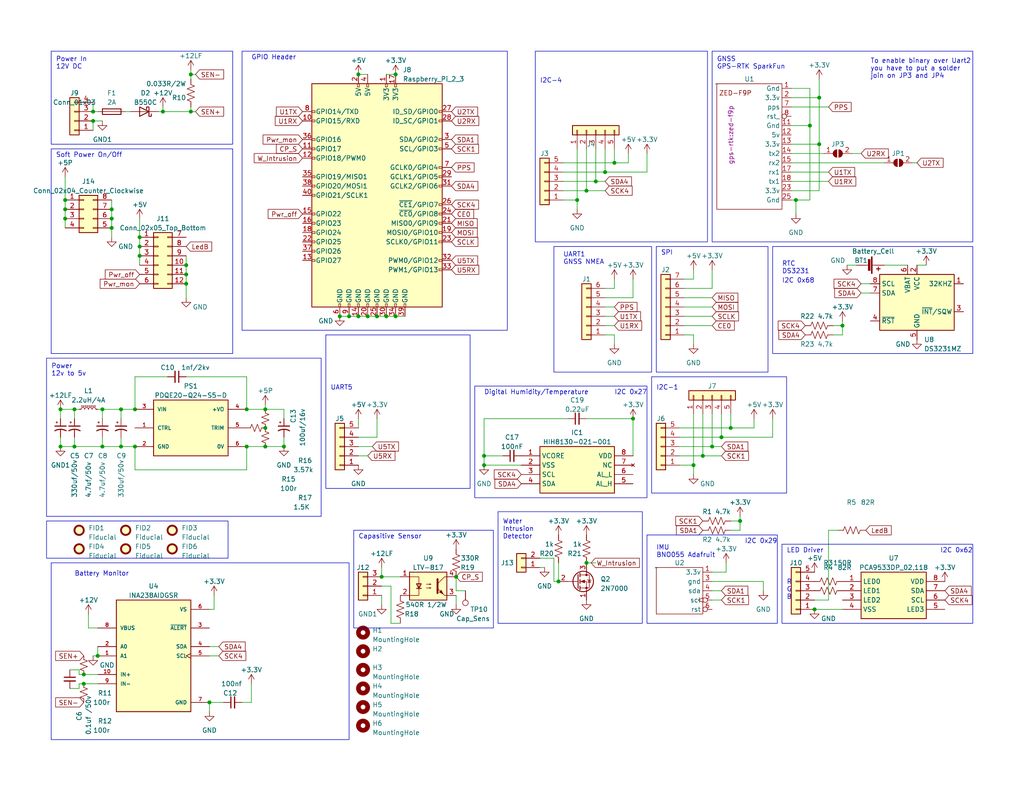
<source format=kicad_sch>
(kicad_sch (version 20230121) (generator eeschema)
  (paper "USLetter")
  (title_block (title "HydroB.") (date "2023-05-18") (rev "0.3") (company "Cidco"))
  (junction (at 165.1 46.99))
  (junction (at 72.39 116.84))
  (junction (at 102.87 86.36))
  (junction (at 50.8 72.39))
  (junction (at 95.25 86.36))
  (junction (at 217.17 54.61))
  (junction (at 105.41 86.36))
  (junction (at 160.02 52.07))
  (junction (at 22.86 186.69))
  (junction (at 77.47 121.92))
  (junction (at 220.98 34.29))
  (junction (at 67.31 111.76))
  (junction (at 107.95 86.36))
  (junction (at 50.8 74.93))
  (junction (at 97.79 86.36))
  (junction (at 36.83 121.92))
  (junction (at 30.48 62.23))
  (junction (at 167.64 44.45))
  (junction (at 16.51 121.92))
  (junction (at 223.52 26.67))
  (junction (at 52.07 30.48))
  (junction (at 20.32 121.92))
  (junction (at 72.39 121.92))
  (junction (at 22.86 184.15))
  (junction (at 20.32 111.76))
  (junction (at 191.77 124.46))
  (junction (at 97.79 20.32))
  (junction (at 132.08 127))
  (junction (at 17.78 59.69))
  (junction (at 27.94 111.76))
  (junction (at 157.48 54.61))
  (junction (at 26.67 179.07))
  (junction (at 33.02 121.92))
  (junction (at 52.07 20.32))
  (junction (at 44.45 30.48))
  (junction (at 162.56 49.53))
  (junction (at 201.93 142.24))
  (junction (at 196.85 119.38))
  (junction (at 16.51 111.76))
  (junction (at 124.46 157.48))
  (junction (at 223.52 39.37))
  (junction (at 199.39 116.84))
  (junction (at 17.78 57.15))
  (junction (at 152.4 158.75))
  (junction (at 92.71 86.36))
  (junction (at 30.48 57.15))
  (junction (at 189.23 127))
  (junction (at 100.33 86.36))
  (junction (at 38.1 67.31))
  (junction (at 104.14 157.48))
  (junction (at 30.48 59.69))
  (junction (at 25.4 30.48))
  (junction (at 27.94 121.92))
  (junction (at 229.87 88.9))
  (junction (at 67.31 121.92))
  (junction (at 160.02 153.67))
  (junction (at 36.83 111.76))
  (junction (at 107.95 20.32))
  (junction (at 38.1 69.85))
  (junction (at 25.4 33.02))
  (junction (at 38.1 64.77))
  (junction (at 50.8 77.47))
  (junction (at 72.39 111.76))
  (junction (at 57.15 191.77))
  (junction (at 222.25 166.37))
  (junction (at 33.02 111.76))
  (junction (at 172.72 114.3))
  (junction (at 194.31 121.92))
  (junction (at 132.08 124.46))
  (junction (at 17.78 54.61))
  (wire (pts (xy 110.49 86.36) (xy 107.95 86.36)))
  (wire (pts (xy 132.08 124.46) (xy 132.08 127)))
  (wire (pts (xy 25.4 33.02) (xy 25.4 35.56)))
  (wire (pts (xy 50.8 74.93) (xy 50.8 77.47)))
  (wire (pts (xy 58.42 162.56) (xy 58.42 166.37)))
  (wire (pts (xy 106.68 160.02) (xy 106.68 170.18)))
  (wire (pts (xy 201.93 142.24) (xy 201.93 144.78)))
  (wire (pts (xy 67.31 128.27) (xy 67.31 121.92)))
  (wire (pts (xy 153.67 49.53) (xy 162.56 49.53)))
  (wire (pts (xy 250.19 72.39) (xy 252.73 72.39)))
  (wire (pts (xy 215.9 52.07) (xy 223.52 52.07)))
  (wire (pts (xy 25.4 27.94) (xy 25.4 30.48)))
  (wire (pts (xy 27.94 111.76) (xy 33.02 111.76)))
  (wire (pts (xy 20.32 119.38) (xy 20.32 121.92)))
  (wire (pts (xy 104.14 162.56) (xy 104.14 165.1)))
  (wire (pts (xy 215.9 24.13) (xy 220.98 24.13)))
  (wire (pts (xy 199.39 144.78) (xy 201.93 144.78)))
  (wire (pts (xy 44.45 30.48) (xy 52.07 30.48)))
  (wire (pts (xy 147.32 154.94) (xy 148.59 154.94)))
  (wire (pts (xy 167.64 78.74) (xy 167.64 76.2)))
  (wire (pts (xy 67.31 111.76) (xy 72.39 111.76)))
  (wire (pts (xy 189.23 76.2) (xy 189.23 73.66)))
  (wire (pts (xy 185.42 124.46) (xy 191.77 124.46)))
  (wire (pts (xy 215.9 49.53) (xy 226.06 49.53)))
  (wire (pts (xy 194.31 121.92) (xy 196.85 121.92)))
  (wire (pts (xy 22.86 186.69) (xy 26.67 186.69)))
  (wire (pts (xy 21.59 186.69) (xy 22.86 186.69)))
  (wire (pts (xy 215.9 39.37) (xy 223.52 39.37)))
  (wire (pts (xy 151.13 158.75) (xy 152.4 158.75)))
  (wire (pts (xy 147.32 152.4) (xy 151.13 152.4)))
  (wire (pts (xy 19.05 187.96) (xy 21.59 187.96)))
  (wire (pts (xy 97.79 116.84) (xy 97.79 114.3)))
  (wire (pts (xy 38.1 67.31) (xy 38.1 69.85)))
  (wire (pts (xy 17.78 59.69) (xy 17.78 62.23)))
  (wire (pts (xy 77.47 119.38) (xy 77.47 121.92)))
  (wire (pts (xy 223.52 39.37) (xy 223.52 26.67)))
  (wire (pts (xy 167.64 91.44) (xy 167.64 93.98)))
  (wire (pts (xy 220.98 24.13) (xy 220.98 34.29)))
  (wire (pts (xy 132.08 124.46) (xy 137.16 124.46)))
  (wire (pts (xy 24.13 167.64) (xy 24.13 171.45)))
  (wire (pts (xy 30.48 57.15) (xy 30.48 59.69)))
  (wire (pts (xy 205.74 114.3) (xy 205.74 116.84)))
  (wire (pts (xy 223.52 52.07) (xy 223.52 39.37)))
  (wire (pts (xy 157.48 40.64) (xy 157.48 54.61)))
  (wire (pts (xy 27.94 119.38) (xy 27.94 121.92)))
  (wire (pts (xy 186.69 76.2) (xy 189.23 76.2)))
  (wire (pts (xy 52.07 19.05) (xy 52.07 20.32)))
  (wire (pts (xy 194.31 78.74) (xy 194.31 73.66)))
  (wire (pts (xy 33.02 121.92) (xy 36.83 121.92)))
  (wire (pts (xy 50.8 72.39) (xy 50.8 74.93)))
  (wire (pts (xy 222.25 163.83) (xy 226.06 163.83)))
  (wire (pts (xy 227.33 91.44) (xy 229.87 91.44)))
  (wire (pts (xy 162.56 40.64) (xy 162.56 49.53)))
  (wire (pts (xy 20.32 111.76) (xy 20.32 114.3)))
  (wire (pts (xy 97.79 86.36) (xy 95.25 86.36)))
  (wire (pts (xy 160.02 114.3) (xy 172.72 114.3)))
  (wire (pts (xy 185.42 127) (xy 189.23 127)))
  (wire (pts (xy 16.51 111.76) (xy 16.51 114.3)))
  (wire (pts (xy 199.39 116.84) (xy 185.42 116.84)))
  (wire (pts (xy 77.47 121.92) (xy 72.39 121.92)))
  (wire (pts (xy 186.69 88.9) (xy 194.31 88.9)))
  (wire (pts (xy 210.82 114.3) (xy 210.82 119.38)))
  (wire (pts (xy 241.3 72.39) (xy 247.65 72.39)))
  (wire (pts (xy 24.13 171.45) (xy 26.67 171.45)))
  (wire (pts (xy 160.02 153.67) (xy 162.56 153.67)))
  (wire (pts (xy 172.72 114.3) (xy 172.72 124.46)))
  (wire (pts (xy 27.94 111.76) (xy 27.94 114.3)))
  (wire (pts (xy 68.58 191.77) (xy 66.04 191.77)))
  (wire (pts (xy 30.48 59.69) (xy 30.48 62.23)))
  (wire (pts (xy 21.59 187.96) (xy 21.59 186.69)))
  (wire (pts (xy 19.05 182.88) (xy 21.59 182.88)))
  (wire (pts (xy 100.33 20.32) (xy 97.79 20.32)))
  (wire (pts (xy 165.1 88.9) (xy 167.64 88.9)))
  (wire (pts (xy 104.14 154.94) (xy 104.14 157.48)))
  (wire (pts (xy 227.33 88.9) (xy 229.87 88.9)))
  (wire (pts (xy 50.8 77.47) (xy 50.8 81.28)))
  (wire (pts (xy 194.31 113.03) (xy 194.31 121.92)))
  (wire (pts (xy 20.32 121.92) (xy 27.94 121.92)))
  (wire (pts (xy 16.51 121.92) (xy 20.32 121.92)))
  (wire (pts (xy 97.79 121.92) (xy 101.6 121.92)))
  (wire (pts (xy 215.9 29.21) (xy 226.06 29.21)))
  (wire (pts (xy 127 161.29) (xy 124.46 161.29)))
  (wire (pts (xy 231.14 72.39) (xy 233.68 72.39)))
  (wire (pts (xy 199.39 113.03) (xy 199.39 116.84)))
  (wire (pts (xy 217.17 54.61) (xy 220.98 54.61)))
  (wire (pts (xy 142.24 127) (xy 132.08 127)))
  (wire (pts (xy 165.1 86.36) (xy 167.64 86.36)))
  (wire (pts (xy 194.31 156.21) (xy 198.12 156.21)))
  (wire (pts (xy 25.4 179.07) (xy 26.67 179.07)))
  (wire (pts (xy 36.83 128.27) (xy 36.83 121.92)))
  (wire (pts (xy 57.15 166.37) (xy 58.42 166.37)))
  (wire (pts (xy 36.83 128.27) (xy 67.31 128.27)))
  (wire (pts (xy 26.67 111.76) (xy 27.94 111.76)))
  (wire (pts (xy 38.1 59.69) (xy 38.1 64.77)))
  (wire (pts (xy 176.53 46.99) (xy 165.1 46.99)))
  (wire (pts (xy 106.68 170.18) (xy 109.22 170.18)))
  (wire (pts (xy 102.87 114.3) (xy 102.87 119.38)))
  (wire (pts (xy 232.41 41.91) (xy 234.95 41.91)))
  (wire (pts (xy 226.06 144.78) (xy 228.6 144.78)))
  (wire (pts (xy 17.78 48.26) (xy 17.78 54.61)))
  (wire (pts (xy 17.78 57.15) (xy 17.78 59.69)))
  (wire (pts (xy 43.18 30.48) (xy 44.45 30.48)))
  (wire (pts (xy 26.67 176.53) (xy 26.67 179.07)))
  (wire (pts (xy 191.77 124.46) (xy 196.85 124.46)))
  (wire (pts (xy 102.87 119.38) (xy 97.79 119.38)))
  (wire (pts (xy 102.87 86.36) (xy 100.33 86.36)))
  (wire (pts (xy 186.69 86.36) (xy 194.31 86.36)))
  (wire (pts (xy 205.74 116.84) (xy 199.39 116.84)))
  (wire (pts (xy 208.28 158.75) (xy 208.28 161.29)))
  (wire (pts (xy 124.46 161.29) (xy 124.46 157.48)))
  (wire (pts (xy 234.95 77.47) (xy 237.49 77.47)))
  (wire (pts (xy 160.02 52.07) (xy 153.67 52.07)))
  (wire (pts (xy 194.31 161.29) (xy 196.85 161.29)))
  (wire (pts (xy 165.1 81.28) (xy 172.72 81.28)))
  (wire (pts (xy 57.15 191.77) (xy 57.15 194.31)))
  (wire (pts (xy 226.06 163.83) (xy 226.06 144.78)))
  (wire (pts (xy 215.9 54.61) (xy 217.17 54.61)))
  (wire (pts (xy 167.64 40.64) (xy 167.64 44.45)))
  (wire (pts (xy 160.02 52.07) (xy 165.1 52.07)))
  (wire (pts (xy 50.8 69.85) (xy 50.8 72.39)))
  (wire (pts (xy 157.48 54.61) (xy 157.48 57.15)))
  (wire (pts (xy 38.1 69.85) (xy 38.1 72.39)))
  (wire (pts (xy 223.52 26.67) (xy 223.52 21.59)))
  (wire (pts (xy 72.39 110.49) (xy 72.39 111.76)))
  (wire (pts (xy 229.87 87.63) (xy 229.87 88.9)))
  (wire (pts (xy 124.46 162.56) (xy 124.46 165.1)))
  (wire (pts (xy 105.41 86.36) (xy 102.87 86.36)))
  (wire (pts (xy 186.69 91.44) (xy 189.23 91.44)))
  (wire (pts (xy 196.85 119.38) (xy 185.42 119.38)))
  (wire (pts (xy 165.1 40.64) (xy 165.1 46.99)))
  (wire (pts (xy 165.1 83.82) (xy 167.64 83.82)))
  (wire (pts (xy 25.4 30.48) (xy 26.67 30.48)))
  (wire (pts (xy 33.02 119.38) (xy 33.02 121.92)))
  (wire (pts (xy 167.64 44.45) (xy 153.67 44.45)))
  (wire (pts (xy 215.9 44.45) (xy 241.3 44.45)))
  (wire (pts (xy 189.23 127) (xy 189.23 129.54)))
  (wire (pts (xy 52.07 20.32) (xy 52.07 21.59)))
  (wire (pts (xy 100.33 86.36) (xy 97.79 86.36)))
  (wire (pts (xy 77.47 114.3) (xy 77.47 111.76)))
  (wire (pts (xy 52.07 20.32) (xy 53.34 20.32)))
  (wire (pts (xy 186.69 81.28) (xy 194.31 81.28)))
  (wire (pts (xy 105.41 20.32) (xy 107.95 20.32)))
  (wire (pts (xy 152.4 153.67) (xy 152.4 158.75)))
  (wire (pts (xy 217.17 54.61) (xy 217.17 58.42)))
  (wire (pts (xy 107.95 86.36) (xy 105.41 86.36)))
  (wire (pts (xy 132.08 114.3) (xy 132.08 124.46)))
  (wire (pts (xy 194.31 163.83) (xy 196.85 163.83)))
  (wire (pts (xy 21.59 184.15) (xy 22.86 184.15)))
  (wire (pts (xy 248.92 44.45) (xy 250.19 44.45)))
  (wire (pts (xy 191.77 113.03) (xy 191.77 124.46)))
  (wire (pts (xy 21.59 182.88) (xy 21.59 184.15)))
  (wire (pts (xy 172.72 76.2) (xy 172.72 81.28)))
  (wire (pts (xy 57.15 191.77) (xy 60.96 191.77)))
  (wire (pts (xy 234.95 80.01) (xy 237.49 80.01)))
  (wire (pts (xy 185.42 121.92) (xy 194.31 121.92)))
  (wire (pts (xy 176.53 41.91) (xy 176.53 46.99)))
  (wire (pts (xy 171.45 41.91) (xy 171.45 44.45)))
  (wire (pts (xy 220.98 34.29) (xy 220.98 54.61)))
  (wire (pts (xy 186.69 83.82) (xy 194.31 83.82)))
  (wire (pts (xy 215.9 26.67) (xy 223.52 26.67)))
  (wire (pts (xy 104.14 160.02) (xy 106.68 160.02)))
  (wire (pts (xy 44.45 29.21) (xy 44.45 30.48)))
  (wire (pts (xy 22.86 184.15) (xy 26.67 184.15)))
  (wire (pts (xy 196.85 113.03) (xy 196.85 119.38)))
  (wire (pts (xy 17.78 54.61) (xy 17.78 57.15)))
  (wire (pts (xy 50.8 102.87) (xy 67.31 102.87)))
  (wire (pts (xy 33.02 111.76) (xy 33.02 114.3)))
  (wire (pts (xy 171.45 44.45) (xy 167.64 44.45)))
  (wire (pts (xy 25.4 33.02) (xy 27.94 33.02)))
  (wire (pts (xy 153.67 54.61) (xy 157.48 54.61)))
  (wire (pts (xy 160.02 40.64) (xy 160.02 52.07)))
  (wire (pts (xy 189.23 91.44) (xy 189.23 93.98)))
  (wire (pts (xy 229.87 88.9) (xy 229.87 91.44)))
  (wire (pts (xy 215.9 46.99) (xy 226.06 46.99)))
  (wire (pts (xy 186.69 78.74) (xy 194.31 78.74)))
  (wire (pts (xy 215.9 41.91) (xy 224.79 41.91)))
  (wire (pts (xy 52.07 29.21) (xy 52.07 30.48)))
  (wire (pts (xy 30.48 54.61) (xy 30.48 57.15)))
  (wire (pts (xy 189.23 113.03) (xy 189.23 127)))
  (wire (pts (xy 97.79 124.46) (xy 100.33 124.46)))
  (wire (pts (xy 68.58 186.69) (xy 68.58 191.77)))
  (wire (pts (xy 27.94 121.92) (xy 33.02 121.92)))
  (wire (pts (xy 33.02 111.76) (xy 36.83 111.76)))
  (wire (pts (xy 95.25 86.36) (xy 92.71 86.36)))
  (wire (pts (xy 154.94 114.3) (xy 132.08 114.3)))
  (wire (pts (xy 34.29 30.48) (xy 35.56 30.48)))
  (wire (pts (xy 194.31 158.75) (xy 208.28 158.75)))
  (wire (pts (xy 165.1 78.74) (xy 167.64 78.74)))
  (wire (pts (xy 52.07 30.48) (xy 53.34 30.48)))
  (wire (pts (xy 151.13 152.4) (xy 151.13 158.75)))
  (wire (pts (xy 162.56 49.53) (xy 165.1 49.53)))
  (wire (pts (xy 104.14 157.48) (xy 109.22 157.48)))
  (wire (pts (xy 57.15 179.07) (xy 59.69 179.07)))
  (wire (pts (xy 77.47 111.76) (xy 72.39 111.76)))
  (wire (pts (xy 210.82 119.38) (xy 196.85 119.38)))
  (wire (pts (xy 67.31 102.87) (xy 67.31 111.76)))
  (wire (pts (xy 199.39 142.24) (xy 201.93 142.24)))
  (wire (pts (xy 57.15 176.53) (xy 59.69 176.53)))
  (wire (pts (xy 38.1 64.77) (xy 38.1 67.31)))
  (wire (pts (xy 165.1 46.99) (xy 153.67 46.99)))
  (wire (pts (xy 20.32 111.76) (xy 21.59 111.76)))
  (wire (pts (xy 45.72 102.87) (xy 36.83 102.87)))
  (wire (pts (xy 201.93 140.97) (xy 201.93 142.24)))
  (wire (pts (xy 222.25 166.37) (xy 229.87 166.37)))
  (wire (pts (xy 16.51 111.76) (xy 20.32 111.76)))
  (wire (pts (xy 198.12 156.21) (xy 198.12 153.67)))
  (wire (pts (xy 30.48 62.23) (xy 30.48 64.77)))
  (wire (pts (xy 36.83 102.87) (xy 36.83 111.76)))
  (wire (pts (xy 215.9 34.29) (xy 220.98 34.29)))
  (wire (pts (xy 67.31 121.92) (xy 72.39 121.92)))
  (wire (pts (xy 16.51 119.38) (xy 16.51 121.92)))
  (wire (pts (xy 165.1 91.44) (xy 167.64 91.44)))
  (rectangle (start 12.7 97.79) (end 87.63 140.97))
  (rectangle (start 129.54 105.41) (end 176.53 135.89))
  (rectangle (start 96.52 144.78) (end 134.62 171.45))
  (rectangle (start 213.36 148.59) (end 265.43 170.18))
  (rectangle (start 210.82 67.31) (end 265.43 96.52))
  (rectangle (start 177.8 102.87) (end 214.63 134.62))
  (rectangle (start 13.97 40.64) (end 63.5 96.52))
  (rectangle (start 135.89 139.7) (end 175.26 170.18))
  (rectangle (start 179.07 67.31) (end 209.55 101.6))
  (rectangle (start 176.53 146.05) (end 212.09 170.18))
  (rectangle (start 151.13 67.31) (end 177.8 101.6))
  (rectangle (start 12.7 142.24) (end 62.23 152.4))
  (rectangle (start 13.97 13.97) (end 63.5 39.37))
  (rectangle (start 66.04 13.97) (end 138.43 90.17))
  (rectangle (start 146.05 13.97) (end 193.04 66.04))
  (rectangle (start 13.97 153.67) (end 95.25 201.93))
  (rectangle (start 88.9 91.44) (end 128.27 133.35))
  (rectangle (start 194.31 13.97) (end 265.43 66.04))
  (text "SPI" (at 180.34 69.85 0) (effects (font (size 1.27 1.27)) (justify left bottom)))
  (text "Water\nIntrusion\nDetector" (at 137.16 147.32 0) (effects (font (size 1.27 1.27)) (justify left bottom)))
  (text "I2C 0x68" (at 213.36 77.47 0) (effects (font (size 1.27 1.27)) (justify left bottom)))
  (text "Soft Power On/Off" (at 15.24 43.18 0) (effects (font (size 1.27 1.27)) (justify left bottom)))
  (text "Battery Monitor" (at 20.32 157.48 0) (effects (font (size 1.27 1.27)) (justify left bottom)))
  (text "R\nG\nB" (at 214.63 163.83 0) (effects (font (size 1.27 1.27)) (justify left bottom)))
  (text "GPIO Header" (at 68.58 16.51 0) (effects (font (size 1.27 1.27)) (justify left bottom)))
  (text "I2C 0x29\n" (at 203.2 148.59 0) (effects (font (size 1.27 1.27)) (justify left bottom)))
  (text "I2C-1" (at 179.07 106.68 0) (effects (font (size 1.27 1.27)) (justify left bottom)))
  (text "LED Driver" (at 214.63 151.13 0) (effects (font (size 1.27 1.27)) (justify left bottom)))
  (text "Power In\n12V DC" (at 15.24 19.05 0) (effects (font (size 1.27 1.27)) (justify left bottom)))
  (text "I2C 0x27" (at 167.64 107.95 0) (effects (font (size 1.27 1.27)) (justify left bottom)))
  (text "RTC \nDS3231\n" (at 213.36 74.93 0) (effects (font (size 1.27 1.27)) (justify left bottom)))
  (text "GNSS\nGPS-RTK SparkFun" (at 195.58 19.05 0) (effects (font (size 1.27 1.27)) (justify left bottom)))
  (text "Capasitive Sensor" (at 97.79 147.32 0) (effects (font (size 1.27 1.27)) (justify left bottom)))
  (text "I2C 0x62" (at 256.54 151.13 0) (effects (font (size 1.27 1.27)) (justify left bottom)))
  (text "To enable binary over Uart2 \nyou have to put a solder \njoin on JP3 and JP4" (at 237.49 21.59 0) (effects (font (size 1.27 1.27)) (justify left bottom)))
  (text "UART5\n" (at 90.17 106.68 0) (effects (font (size 1.27 1.27)) (justify left bottom)))
  (text "Power \n12v to 5v" (at 13.97 102.87 0) (effects (font (size 1.27 1.27)) (justify left bottom)))
  (text "I2C-4" (at 147.32 22.86 0) (effects (font (size 1.27 1.27)) (justify left bottom)))
  (text "IMU\nBNO055 Adafruit" (at 179.07 152.4 0) (effects (font (size 1.27 1.27)) (justify left bottom)))
  (text "Digital Humidity/Temperature" (at 132.08 107.95 0) (effects (font (size 1.27 1.27)) (justify left bottom)))
  (text "UART1\nGNSS NMEA" (at 153.67 72.39 0) (effects (font (size 1.27 1.27)) (justify left bottom)))
  (global_label "SCK4" (shape input) (at 59.69 179.07 0) (property "Intersheetrefs" "${INTERSHEET_REFS}" (effects hide)))
  (global_label "U2TX" (shape input) (at 250.19 44.45 0) (property "Intersheetrefs" "${INTERSHEET_REFS}" (effects hide)))
  (global_label "SCK4" (shape input) (at 123.19 55.88 0) (property "Intersheetrefs" "${INTERSHEET_REFS}" (effects hide)))
  (global_label "CE0" (shape input) (at 123.19 58.42 0) (property "Intersheetrefs" "${INTERSHEET_REFS}" (effects hide)))
  (global_label "LedB" (shape input) (at 50.8 67.31 0) (property "Intersheetrefs" "${INTERSHEET_REFS}" (effects hide)))
  (global_label "SDA4" (shape input) (at 123.19 50.8 0) (property "Intersheetrefs" "${INTERSHEET_REFS}" (effects hide)))
  (global_label "MOSI" (shape input) (at 123.19 63.5 0) (property "Intersheetrefs" "${INTERSHEET_REFS}" (effects hide)))
  (global_label "U5TX" (shape input) (at 101.6 121.92 0) (property "Intersheetrefs" "${INTERSHEET_REFS}" (effects hide)))
  (global_label "CE0" (shape input) (at 194.31 88.9 0) (property "Intersheetrefs" "${INTERSHEET_REFS}" (effects hide)))
  (global_label "SCK1" (shape input) (at 123.19 40.64 0) (property "Intersheetrefs" "${INTERSHEET_REFS}" (effects hide)))
  (global_label "SCLK" (shape input) (at 123.19 66.04 0) (property "Intersheetrefs" "${INTERSHEET_REFS}" (effects hide)))
  (global_label "SCK4" (shape input) (at 234.95 77.47 180) (property "Intersheetrefs" "${INTERSHEET_REFS}" (effects hide)))
  (global_label "SEN+" (shape input) (at 22.86 179.07 180) (property "Intersheetrefs" "${INTERSHEET_REFS}" (effects hide)))
  (global_label "U5RX" (shape input) (at 100.33 124.46 0) (property "Intersheetrefs" "${INTERSHEET_REFS}" (effects hide)))
  (global_label "MOSI" (shape input) (at 194.31 83.82 0) (property "Intersheetrefs" "${INTERSHEET_REFS}" (effects hide)))
  (global_label "SDA4" (shape input) (at 219.71 91.44 180) (property "Intersheetrefs" "${INTERSHEET_REFS}" (effects hide)))
  (global_label "U2TX" (shape input) (at 123.19 30.48 0) (property "Intersheetrefs" "${INTERSHEET_REFS}" (effects hide)))
  (global_label "LedB" (shape input) (at 236.22 144.78 0) (property "Intersheetrefs" "${INTERSHEET_REFS}" (effects hide)))
  (global_label "SCK1" (shape input) (at 196.85 163.83 0) (property "Intersheetrefs" "${INTERSHEET_REFS}" (effects hide)))
  (global_label "SCK4" (shape input) (at 257.81 163.83 0) (property "Intersheetrefs" "${INTERSHEET_REFS}" (effects hide)))
  (global_label "PPS" (shape input) (at 226.06 29.21 0) (property "Intersheetrefs" "${INTERSHEET_REFS}" (effects hide)))
  (global_label "U5TX" (shape input) (at 123.19 71.12 0) (property "Intersheetrefs" "${INTERSHEET_REFS}" (effects hide)))
  (global_label "SEN-" (shape input) (at 53.34 20.32 0) (property "Intersheetrefs" "${INTERSHEET_REFS}" (effects hide)))
  (global_label "CP_S" (shape input) (at 82.55 40.64 180) (property "Intersheetrefs" "${INTERSHEET_REFS}" (effects hide)))
  (global_label "Pwr_mon" (shape input) (at 38.1 77.47 180) (property "Intersheetrefs" "${INTERSHEET_REFS}" (effects hide)))
  (global_label "W_Intrusion" (shape input) (at 161.29 153.67 0) (property "Intersheetrefs" "${INTERSHEET_REFS}" (effects hide)))
  (global_label "SCK4" (shape input) (at 219.71 88.9 180) (property "Intersheetrefs" "${INTERSHEET_REFS}" (effects hide)))
  (global_label "Pwr_mon" (shape input) (at 82.55 38.1 180) (property "Intersheetrefs" "${INTERSHEET_REFS}" (effects hide)))
  (global_label "SCK1" (shape input) (at 196.85 124.46 0) (property "Intersheetrefs" "${INTERSHEET_REFS}" (effects hide)))
  (global_label "SDA4" (shape input) (at 165.1 49.53 0) (property "Intersheetrefs" "${INTERSHEET_REFS}" (effects hide)))
  (global_label "U5RX" (shape input) (at 123.19 73.66 0) (property "Intersheetrefs" "${INTERSHEET_REFS}" (effects hide)))
  (global_label "SEN+" (shape input) (at 53.34 30.48 0) (property "Intersheetrefs" "${INTERSHEET_REFS}" (effects hide)))
  (global_label "MISO" (shape input) (at 194.31 81.28 0) (property "Intersheetrefs" "${INTERSHEET_REFS}" (effects hide)))
  (global_label "U1RX" (shape input) (at 226.06 49.53 0) (property "Intersheetrefs" "${INTERSHEET_REFS}" (effects hide)))
  (global_label "U1RX" (shape input) (at 167.64 88.9 0) (property "Intersheetrefs" "${INTERSHEET_REFS}" (effects hide)))
  (global_label "W_Intrusion" (shape input) (at 82.55 43.18 180) (property "Intersheetrefs" "${INTERSHEET_REFS}" (effects hide)))
  (global_label "U1RX" (shape input) (at 82.55 33.02 180) (property "Intersheetrefs" "${INTERSHEET_REFS}" (effects hide)))
  (global_label "SCK4" (shape input) (at 165.1 52.07 0) (property "Intersheetrefs" "${INTERSHEET_REFS}" (effects hide)))
  (global_label "U1TX" (shape input) (at 82.55 30.48 180) (property "Intersheetrefs" "${INTERSHEET_REFS}" (effects hide)))
  (global_label "U2RX" (shape input) (at 234.95 41.91 0) (property "Intersheetrefs" "${INTERSHEET_REFS}" (effects hide)))
  (global_label "Pwr_off" (shape input) (at 82.55 58.42 180) (property "Intersheetrefs" "${INTERSHEET_REFS}" (effects hide)))
  (global_label "SDA4" (shape input) (at 59.69 176.53 0) (property "Intersheetrefs" "${INTERSHEET_REFS}" (effects hide)))
  (global_label "SCK4" (shape input) (at 142.24 129.54 180) (property "Intersheetrefs" "${INTERSHEET_REFS}" (effects hide)))
  (global_label "SDA4" (shape input) (at 142.24 132.08 180) (property "Intersheetrefs" "${INTERSHEET_REFS}" (effects hide)))
  (global_label "SDA1" (shape input) (at 196.85 161.29 0) (property "Intersheetrefs" "${INTERSHEET_REFS}" (effects hide)))
  (global_label "SCK1" (shape input) (at 191.77 142.24 180) (property "Intersheetrefs" "${INTERSHEET_REFS}" (effects hide)))
  (global_label "SDA1" (shape input) (at 196.85 121.92 0) (property "Intersheetrefs" "${INTERSHEET_REFS}" (effects hide)))
  (global_label "PPS" (shape input) (at 167.64 83.82 0) (property "Intersheetrefs" "${INTERSHEET_REFS}" (effects hide)))
  (global_label "SEN-" (shape input) (at 22.86 191.77 180) (property "Intersheetrefs" "${INTERSHEET_REFS}" (effects hide)))
  (global_label "U1TX" (shape input) (at 226.06 46.99 0) (property "Intersheetrefs" "${INTERSHEET_REFS}" (effects hide)))
  (global_label "SDA4" (shape input) (at 257.81 161.29 0) (property "Intersheetrefs" "${INTERSHEET_REFS}" (effects hide)))
  (global_label "CP_S" (shape input) (at 124.46 157.48 0) (property "Intersheetrefs" "${INTERSHEET_REFS}" (effects hide)))
  (global_label "SDA1" (shape input) (at 191.77 144.78 180) (property "Intersheetrefs" "${INTERSHEET_REFS}" (effects hide)))
  (global_label "SDA1" (shape input) (at 123.19 38.1 0) (property "Intersheetrefs" "${INTERSHEET_REFS}" (effects hide)))
  (global_label "U2RX" (shape input) (at 123.19 33.02 0) (property "Intersheetrefs" "${INTERSHEET_REFS}" (effects hide)))
  (global_label "PPS" (shape input) (at 123.19 45.72 0) (property "Intersheetrefs" "${INTERSHEET_REFS}" (effects hide)))
  (global_label "MISO" (shape input) (at 123.19 60.96 0) (property "Intersheetrefs" "${INTERSHEET_REFS}" (effects hide)))
  (global_label "U1TX" (shape input) (at 167.64 86.36 0) (property "Intersheetrefs" "${INTERSHEET_REFS}" (effects hide)))
  (global_label "Pwr_off" (shape input) (at 38.1 74.93 180) (property "Intersheetrefs" "${INTERSHEET_REFS}" (effects hide)))
  (global_label "SDA4" (shape input) (at 234.95 80.01 180) (property "Intersheetrefs" "${INTERSHEET_REFS}" (effects hide)))
  (global_label "SCLK" (shape input) (at 194.31 86.36 0) (property "Intersheetrefs" "${INTERSHEET_REFS}" (effects hide)))
  (symbol (lib_id "Device:C_Small") (at 19.05 185.42 0) (unit 1)
    (property "Reference" "C6" (at 21.59 196.85 90) (effects (justify left)))
    (property "Value" "0.1uf /50v" (at 24.13 200.66 90) (effects (justify left)))
    (property "Footprint" "Capacitor_SMD:C_1206_3216Metric" (effects hide))
  )
  (symbol (lib_id "power:+5V") (at 205.74 114.3 0) (mirror y) (unit 1)
    (property "Reference" "#PWR09" (effects hide))
    (property "Value" "+5V" (at 205.74 110.49 0))
  )
  (symbol (lib_id "Connector_Generic:Conn_01x05") (at 194.31 107.95 90) (unit 1)
    (property "Reference" "J7" (at 194.31 105.41 90))
    (property "Value" "Conn_01x05" (effects hide))
    (property "Footprint" "Connector_JST:JST_XH_B5B-XH-AM_1x05_P2.50mm_Vertical" (effects hide))
  )
  (symbol (lib_id "Device:C_Polarized_Small_US") (at 33.02 116.84 0) (unit 1)
    (property "Reference" "C9" (at 31.75 124.46 0) (effects (justify left)))
    (property "Value" "330uf/50v" (at 33.02 135.89 90) (effects (justify left)))
    (property "Footprint" "Capacitor_THT:CP_Radial_D10.0mm_P5.00mm" (effects hide))
  )
  (symbol (lib_id "Mechanical:MountingHole") (at 99.06 193.04 0) (unit 1)
    (property "Reference" "H5" (at 101.6 192.405 0) (effects (justify left)))
    (property "Value" "MountingHole" (at 101.6 194.945 0) (effects (justify left)))
    (property "Footprint" "MountingHole:MountingHole_2.7mm_M2.5_ISO7380_Pad" (effects hide))
  )
  (symbol (lib_id "Device:R_US") (at 223.52 91.44 90) (unit 1)
    (property "Reference" "R23" (at 222.25 93.98 90) (effects (justify left)))
    (property "Value" "4.7k" (at 227.33 93.98 90) (effects (justify left)))
    (property "Footprint" "Resistor_SMD:R_1206_3216Metric" (effects hide))
  )
  (symbol (lib_id "power:+3.3V") (at 102.87 114.3 0) (unit 1)
    (property "Reference" "#PWR07" (effects hide))
    (property "Value" "+3.3V" (at 102.87 110.49 0))
  )
  (symbol (lib_id "power:GND") (at 132.08 127 0) (unit 1)
    (property "Reference" "#PWR059" (effects hide))
    (property "Value" "GND" (at 132.08 132.08 0))
  )
  (symbol (lib_id "Device:R_US") (at 124.46 153.67 180) (unit 1)
    (property "Reference" "R19" (at 129.54 154.94 0) (effects (justify left)))
    (property "Value" "330R" (at 130.81 152.4 0) (effects (justify left)))
    (property "Footprint" "Resistor_SMD:R_1206_3216Metric" (effects hide))
  )
  (symbol (lib_id "Device:R_US") (at 160.02 149.86 180) (unit 1)
    (property "Reference" "R21" (at 158.75 151.13 0) (effects (justify left)))
    (property "Value" "1k" (at 158.75 148.59 0) (effects (justify left)))
    (property "Footprint" "Resistor_SMD:R_1206_3216Metric" (effects hide))
  )
  (symbol (lib_id "power:GND1") (at 16.51 121.92 0) (unit 1)
    (property "Reference" "#PWR049" (effects hide))
    (property "Value" "GND1" (at 16.51 127 0))
  )
  (symbol (lib_id "power:+3.3V") (at 152.4 146.05 0) (unit 1)
    (property "Reference" "#PWR055" (effects hide))
    (property "Value" "+3.3V" (at 152.4 142.24 0))
  )
  (symbol (lib_id "Device:R_US") (at 52.07 25.4 180) (unit 1)
    (property "Reference" "R10" (at 50.8 26.67 0) (effects (justify left)))
    (property "Value" "0.033R/2W" (at 50.8 22.86 0) (effects (justify left)))
    (property "Footprint" "Resistor_SMD:R_2512_6332Metric" (effects hide))
  )
  (symbol (lib_id "power:GND") (at 57.15 194.31 0) (unit 1)
    (property "Reference" "#PWR034" (effects hide))
    (property "Value" "GND" (at 57.15 199.39 0))
  )
  (symbol (lib_id "Connector_Generic:Conn_02x04_Counter_Clockwise") (at 22.86 57.15 0) (unit 1)
    (property "Reference" "J14" (at 24.13 49.53 0))
    (property "Value" "Conn_02x04_Counter_Clockwise" (at 24.13 52.07 0))
    (property "Footprint" "Connector_PinHeader_2.54mm:PinHeader_2x04_P2.54mm_Vertical" (effects hide))
  )
  (symbol (lib_id "power:GND") (at 231.14 72.39 0) (unit 1)
    (property "Reference" "#PWR053" (effects hide))
    (property "Value" "GND" (at 228.6 71.12 0))
  )
  (symbol (lib_id "Mechanical:Fiducial") (at 21.59 149.86 0) (unit 1)
    (property "Reference" "FID4" (at 24.13 149.225 0) (effects (justify left)))
    (property "Value" "Fiducial" (at 24.13 151.765 0) (effects (justify left)))
    (property "Footprint" "Fiducial:Fiducial_0.75mm_Mask2.25mm" (effects hide))
  )
  (symbol (lib_id "Connector:TestPoint") (at 127 161.29 180) (unit 1)
    (property "Reference" "TP10" (at 128.27 166.37 0) (effects (justify right)))
    (property "Value" "Cap_Sens" (at 124.46 168.91 0) (effects (justify right)))
    (property "Footprint" "TestPoint:TestPoint_Pad_D2.0mm" (effects hide))
  )
  (symbol (lib_id "Device:R_US") (at 195.58 142.24 90) (unit 1)
    (property "Reference" "R1" (at 194.31 139.7 90) (effects (justify left)))
    (property "Value" "4.7k" (at 199.39 139.7 90) (effects (justify left)))
    (property "Footprint" "Resistor_SMD:R_1206_3216Metric" (effects hide))
  )
  (symbol (lib_id "power:+5V") (at 97.79 114.3 0) (mirror y) (unit 1)
    (property "Reference" "#PWR06" (effects hide))
    (property "Value" "+5V" (at 97.79 110.49 0))
  )
  (symbol (lib_id "power:+12LF") (at 16.51 111.76 0) (unit 1)
    (property "Reference" "#PWR051" (effects hide))
    (property "Value" "+12LF" (at 16.51 107.95 0))
  )
  (symbol (lib_id "Device:Fuse") (at 30.48 30.48 90) (unit 1)
    (property "Reference" "F1" (at 30.48 25.4 90))
    (property "Value" "2A" (at 30.48 27.94 90))
    (property "Footprint" "Fuse:Fuse_1206_3216Metric" (effects hide))
  )
  (symbol (lib_id "Diode:B360") (at 39.37 30.48 180) (unit 1)
    (property "Reference" "D2" (at 39.6875 25.4 0))
    (property "Value" "B550C" (at 39.6875 27.94 0))
    (property "Footprint" "Diode_SMD:D_SMC" (effects hide))
    (property "Datasheet" "http://www.jameco.com/Jameco/Products/ProdDS/1538777.pdf" (effects hide))
  )
  (symbol (lib_id "power:GND") (at 92.71 86.36 0) (unit 1)
    (property "Reference" "#PWR03" (effects hide))
    (property "Value" "GND" (at 88.9 87.63 0))
  )
  (symbol (lib_id "power:+3.3V") (at 210.82 114.3 0) (unit 1)
    (property "Reference" "#PWR010" (effects hide))
    (property "Value" "+3.3V" (at 210.82 110.49 0))
  )
  (symbol (lib_id "Transistor_FET:2N7000") (at 157.48 158.75 0) (unit 1)
    (property "Reference" "Q2" (at 163.83 158.115 0) (effects (justify left)))
    (property "Value" "2N7000" (at 163.83 160.655 0) (effects (justify left)))
    (property "Footprint" "Package_TO_SOT_THT:TO-92_Inline" (effects hide))
    (property "Datasheet" "https://www.vishay.com/docs/70226/70226.pdf" (effects hide))
  )
  (symbol (lib_id "Connector_Generic:Conn_01x05") (at 162.56 35.56 90) (unit 1)
    (property "Reference" "J4" (at 161.29 39.37 90))
    (property "Value" "Conn_01x05" (effects hide))
    (property "Footprint" "Connector_JST:JST_XH_B5B-XH-AM_1x05_P2.50mm_Vertical" (effects hide))
  )
  (symbol (lib_id "INA238AIDGSR:INA238AIDGSR") (at 41.91 179.07 0) (unit 1)
    (property "Reference" "U4" (at 41.91 160.02 0))
    (property "Value" "INA238AIDGSR" (at 41.91 162.56 0))
    (property "Footprint" "Desktop:SOP50P490X110-10N" (effects hide))
    (property "PARTREV" "A" (effects hide))
    (property "STANDARD" "IPC-7351B" (effects hide))
    (property "MAXIMUM_PACKAGE_HEIGHT" "1.1mm" (effects hide))
    (property "MANUFACTURER" "Texas Instruments" (effects hide))
  )
  (symbol (lib_id "power:+5V") (at 189.23 73.66 0) (mirror y) (unit 1)
    (property "Reference" "#PWR015" (effects hide))
    (property "Value" "+5V" (at 189.23 69.85 0))
  )
  (symbol (lib_id "power:+3.3V") (at 194.31 73.66 0) (unit 1)
    (property "Reference" "#PWR016" (effects hide))
    (property "Value" "+3.3V" (at 194.31 69.85 0))
  )
  (symbol (lib_id "Mechanical:Fiducial") (at 21.59 144.78 0) (unit 1)
    (property "Reference" "FID1" (at 24.13 144.145 0) (effects (justify left)))
    (property "Value" "Fiducial" (at 24.13 146.685 0) (effects (justify left)))
    (property "Footprint" "Fiducial:Fiducial_0.75mm_Mask2.25mm" (effects hide))
  )
  (symbol (lib_id "power:+12LF") (at 104.14 154.94 0) (unit 1)
    (property "Reference" "#PWR061" (effects hide))
    (property "Value" "+12LF" (at 104.14 151.13 0))
  )
  (symbol (lib_id "power:GND") (at 30.48 64.77 0) (unit 1)
    (property "Reference" "#PWR048" (effects hide))
    (property "Value" "GND" (at 34.29 67.31 0))
  )
  (symbol (lib_id "Device:R_US") (at 226.06 158.75 90) (unit 1)
    (property "Reference" "R3" (at 227.33 153.67 90) (effects (justify left)))
    (property "Value" "150R" (at 232.41 153.67 90) (effects (justify left)))
    (property "Footprint" "Resistor_SMD:R_1206_3216Metric" (effects hide))
  )
  (symbol (lib_id "power:GND1") (at 104.14 165.1 0) (unit 1)
    (property "Reference" "#PWR062" (effects hide))
    (property "Value" "GND1" (at 100.33 167.64 0))
  )
  (symbol (lib_id "Device:C_Polarized_Small_US") (at 27.94 116.84 0) (unit 1)
    (property "Reference" "C8" (at 26.67 124.46 0) (effects (justify left)))
    (property "Value" "4.7uf/50v" (at 27.94 135.89 90) (effects (justify left)))
    (property "Footprint" "Capacitor_SMD:C_1206_3216Metric" (effects hide))
  )
  (symbol (lib_id "Connector_Generic:Conn_01x05") (at 217.17 161.29 180) (unit 1)
    (property "Reference" "J10" (at 217.17 153.67 0))
    (property "Value" "Conn_01x06" (effects hide))
    (property "Footprint" "Connector_JST:JST_XH_B5B-XH-AM_1x05_P2.50mm_Vertical" (effects hide))
  )
  (symbol (lib_id "power:GND") (at 189.23 93.98 0) (unit 1)
    (property "Reference" "#PWR017" (effects hide))
    (property "Value" "GND" (at 189.23 99.06 0))
  )
  (symbol (lib_id "power:GND") (at 25.4 179.07 0) (unit 1)
    (property "Reference" "#PWR036" (effects hide))
    (property "Value" "GND" (at 29.21 181.61 0))
  )
  (symbol (lib_id "PCA9533DP_02_118:PCA9533DP_02,118") (at 229.87 158.75 0) (unit 1)
    (property "Reference" "U7" (at 243.84 152.4 0))
    (property "Value" "PCA9533DP_02,118" (at 243.84 154.94 0))
    (property "Footprint" "KiCad:SOIC127P600X175-8N" (effects hide))
    (property "Datasheet" "http://www.nxp.com/docs/en/data-sheet/PCA9533.pdf" (effects hide))
    (property "Height" "1.1" (effects hide))
    (property "Mouser Part Number" "771-PCA9533DP/02118" (effects hide))
    (property "Mouser Price/Stock" "https://www.mouser.co.uk/ProductDetail/NXP-Semiconductors/PCA9533DP-02118?qs=18PanXkg8EfFFpXHjEHjJg%3D%3D" (effects hide))
    (property "Manufacturer_Name" "NXP" (effects hide))
    (property "Manufacturer_Part_Number" "PCA9533DP/02,118" (effects hide))
  )
  (symbol (lib_id "imu:BNO055") (at 179.07 154.94 0) (unit 1)
    (property "Reference" "U2" (at 185.42 153.67 0))
    (property "Value" "~" (at 179.07 154.94 0))
    (property "Footprint" "imu:bno055" (effects hide))
  )
  (symbol (lib_id "Device:R_US") (at 232.41 144.78 90) (unit 1)
    (property "Reference" "R5" (at 233.68 137.16 90) (effects (justify left)))
    (property "Value" "82R" (at 238.76 137.16 90) (effects (justify left)))
    (property "Footprint" "Resistor_SMD:R_1206_3216Metric" (effects hide))
  )
  (symbol (lib_id "power:GND") (at 77.47 121.92 0) (unit 1)
    (property "Reference" "#PWR043" (effects hide))
    (property "Value" "GND" (at 77.47 127 0))
  )
  (symbol (lib_id "Device:C_Small") (at 157.48 114.3 90) (unit 1)
    (property "Reference" "C19" (at 157.4863 109.22 90))
    (property "Value" "0.22uF" (at 157.4863 111.76 90))
    (property "Footprint" "Capacitor_SMD:C_1206_3216Metric" (effects hide))
  )
  (symbol (lib_id "Device:R_Small_US") (at 22.86 189.23 0) (unit 1)
    (property "Reference" "R12" (at 26.67 196.85 0) (effects (justify left)))
    (property "Value" "100r" (at 25.4 199.39 0) (effects (justify left)))
    (property "Footprint" "Resistor_SMD:R_1206_3216Metric" (effects hide))
  )
  (symbol (lib_id "Device:R_US") (at 223.52 88.9 90) (unit 1)
    (property "Reference" "R22" (at 222.25 86.36 90) (effects (justify left)))
    (property "Value" "4.7k" (at 227.33 86.36 90) (effects (justify left)))
    (property "Footprint" "Resistor_SMD:R_1206_3216Metric" (effects hide))
  )
  (symbol (lib_id "Connector_Generic:Conn_01x04") (at 20.32 33.02 180) (unit 1)
    (property "Reference" "J9" (at 20.32 25.4 0))
    (property "Value" "Conn_01x03" (at 20.32 27.94 0))
    (property "Footprint" "Connector_Phoenix_MSTB:PhoenixContact_MSTBVA_2,5_4-G-5,08_1x04_P5.08mm_Vertical" (effects hide))
  )
  (symbol (lib_id "Connector_Generic:Conn_02x06_Top_Bottom") (at 43.18 69.85 0) (unit 1)
    (property "Reference" "J11" (at 44.45 59.69 0))
    (property "Value" "Conn_02x05_Top_Bottom" (at 44.45 62.23 0))
    (property "Footprint" "Connector_PinHeader_2.54mm:PinHeader_2x06_P2.54mm_Vertical" (effects hide))
  )
  (symbol (lib_id "Device:R_US") (at 226.06 161.29 90) (unit 1)
    (property "Reference" "R4" (at 227.33 154.94 90) (effects (justify left)))
    (property "Value" "82R" (at 232.41 154.94 90) (effects (justify left)))
    (property "Footprint" "Resistor_SMD:R_1206_3216Metric" (effects hide))
  )
  (symbol (lib_id "Device:C_Small") (at 48.26 102.87 270) (unit 1)
    (property "Reference" "C10" (at 45.72 100.33 90))
    (property "Value" "1nf/2kv" (at 53.34 100.33 90))
    (property "Footprint" "Capacitor_SMD:C_1206_3216Metric" (effects hide))
  )
  (symbol (lib_id "Mechanical:Fiducial") (at 34.29 149.86 0) (unit 1)
    (property "Reference" "FID5" (at 36.83 149.225 0) (effects (justify left)))
    (property "Value" "Fiducial" (at 36.83 151.765 0) (effects (justify left)))
    (property "Footprint" "Fiducial:Fiducial_0.75mm_Mask2.25mm" (effects hide))
  )
  (symbol (lib_id "power:GND") (at 160.02 163.83 0) (unit 1)
    (property "Reference" "#PWR057" (effects hide))
    (property "Value" "GND" (at 160.02 168.91 0))
  )
  (symbol (lib_id "power:GND") (at 157.48 57.15 0) (unit 1)
    (property "Reference" "#PWR014" (effects hide))
    (property "Value" "GND" (at 157.48 62.23 0))
  )
  (symbol (lib_id "power:+3.3V") (at 252.73 72.39 0) (unit 1)
    (property "Reference" "#PWR026" (effects hide))
    (property "Value" "+3.3V" (at 252.73 68.58 0))
  )
  (symbol (lib_id "power:+3.3V") (at 172.72 114.3 0) (unit 1)
    (property "Reference" "#PWR060" (effects hide))
    (property "Value" "+3.3V" (at 172.72 110.49 0))
  )
  (symbol (lib_id "Device:C_Small") (at 139.7 124.46 90) (unit 1)
    (property "Reference" "C17" (at 139.7063 119.38 90))
    (property "Value" "100nF" (at 139.7063 121.92 90))
    (property "Footprint" "Capacitor_SMD:C_1206_3216Metric" (effects hide))
  )
  (symbol (lib_id "power:GND") (at 167.64 93.98 0) (unit 1)
    (property "Reference" "#PWR020" (effects hide))
    (property "Value" "GND" (at 167.64 99.06 0))
  )
  (symbol (lib_id "Mechanical:MountingHole") (at 99.06 198.12 0) (unit 1)
    (property "Reference" "H6" (at 101.6 197.485 0) (effects (justify left)))
    (property "Value" "MountingHole" (at 101.6 200.025 0) (effects (justify left)))
    (property "Footprint" "MountingHole:MountingHole_2.7mm_M2.5_ISO7380_Pad" (effects hide))
  )
  (symbol (lib_id "Device:C_Small") (at 63.5 191.77 90) (unit 1)
    (property "Reference" "C12" (at 64.77 189.23 90) (effects (justify left)))
    (property "Value" "100nf" (at 66.04 186.69 90) (effects (justify left)))
    (property "Footprint" "Capacitor_SMD:C_1206_3216Metric" (effects hide))
  )
  (symbol (lib_id "HIH8130-021-001:HIH8130-021-001") (at 142.24 124.46 0) (unit 1)
    (property "Reference" "IC1" (at 157.48 118.11 0))
    (property "Value" "HIH8130-021-001" (at 157.48 120.65 0))
    (property "Footprint" "KiCad:SOIC127P600X206-8N" (effects hide))
    (property "Datasheet" "http://sensing.honeywell.com/index.php?ci_id=147072" (effects hide))
    (property "Height" "2.055" (effects hide))
    (property "Mouser Part Number" "785-HIH8130-021-001" (effects hide))
    (property "Mouser Price/Stock" "https://www.mouser.co.uk/ProductDetail/Honeywell/HIH8130-021-001?qs=jvB%252BdWhGd42acwYgsf9Ccw%3D%3D" (effects hide))
    (property "Manufacturer_Name" "Honeywell" (effects hide))
    (property "Manufacturer_Part_Number" "HIH8130-021-001" (effects hide))
  )
  (symbol (lib_id "Mechanical:Fiducial") (at 46.99 144.78 0) (unit 1)
    (property "Reference" "FID3" (at 49.53 144.145 0) (effects (justify left)))
    (property "Value" "Fiducial" (at 49.53 146.685 0) (effects (justify left)))
    (property "Footprint" "Fiducial:Fiducial_0.75mm_Mask2.25mm" (effects hide))
  )
  (symbol (lib_id "Mechanical:MountingHole") (at 99.06 177.8 0) (unit 1)
    (property "Reference" "H2" (at 101.6 177.165 0) (effects (justify left)))
    (property "Value" "MountingHole" (effects hide))
    (property "Footprint" "MountingHole:MountingHole_2.7mm_M2.5_ISO7380_Pad" (effects hide))
  )
  (symbol (lib_id "Connector_Generic:Conn_01x03") (at 99.06 160.02 180) (unit 1)
    (property "Reference" "J12" (at 99.06 154.94 0))
    (property "Value" "Conn_01x06" (effects hide))
    (property "Footprint" "Connector_JST:JST_XH_B3B-XH-AM_1x03_P2.50mm_Vertical" (effects hide))
  )
  (symbol (lib_id "Connector_Generic:Conn_01x05") (at 148.59 49.53 180) (unit 1)
    (property "Reference" "J3" (at 148.59 41.91 0))
    (property "Value" "Conn_01x05" (effects hide))
    (property "Footprint" "Connector_JST:JST_XH_B5B-XH-AM_1x05_P2.50mm_Vertical" (effects hide))
  )
  (symbol (lib_id "Connector_Generic:Conn_01x02") (at 142.24 154.94 180) (unit 1)
    (property "Reference" "J13" (at 138.43 153.67 0))
    (property "Value" "Conn_01x06" (effects hide))
    (property "Footprint" "Connector_JST:JST_XH_B2B-XH-AM_1x02_P2.50mm_Vertical" (effects hide))
  )
  (symbol (lib_id "Connector_Generic:Conn_01x05") (at 92.71 121.92 180) (unit 1)
    (property "Reference" "J5" (at 92.71 114.3 0))
    (property "Value" "Conn_01x06" (effects hide))
    (property "Footprint" "Connector_JST:JST_XH_B5B-XH-AM_1x05_P2.50mm_Vertical" (effects hide))
  )
  (symbol (lib_id "power:+3.3V") (at 160.02 146.05 0) (unit 1)
    (property "Reference" "#PWR058" (effects hide))
    (property "Value" "+3.3V" (at 160.02 142.24 0))
  )
  (symbol (lib_id "power:+12LF") (at 52.07 19.05 0) (unit 1)
    (property "Reference" "#PWR050" (effects hide))
    (property "Value" "+12LF" (at 52.07 15.24 0))
  )
  (symbol (lib_id "power:GND") (at 189.23 129.54 0) (unit 1)
    (property "Reference" "#PWR011" (effects hide))
    (property "Value" "GND" (at 193.04 132.08 0))
  )
  (symbol (lib_id "power:+5V") (at 167.64 76.2 0) (mirror y) (unit 1)
    (property "Reference" "#PWR023" (effects hide))
    (property "Value" "+5V" (at 167.64 72.39 0))
  )
  (symbol (lib_id "Device:C_Polarized_Small_US") (at 77.47 116.84 0) (unit 1)
    (property "Reference" "C13" (at 80.01 115.57 90) (effects (justify left)))
    (property "Value" "100uf/16v" (at 82.55 121.92 90) (effects (justify left)))
    (property "Footprint" "Capacitor_SMD:CP_Elec_6.3x9.9" (effects hide))
  )
  (symbol (lib_id "power:+3.3V") (at 257.81 158.75 0) (unit 1)
    (property "Reference" "#PWR031" (effects hide))
    (property "Value" "+3.3V" (at 257.81 154.94 0))
  )
  (symbol (lib_id "power:GND") (at 208.28 161.29 0) (unit 1)
    (property "Reference" "#PWR028" (effects hide))
    (property "Value" "GND" (at 208.28 166.37 0))
  )
  (symbol (lib_id "PDQE20-Q24-S5-D:PDQE20-Q24-S5-D") (at 52.07 116.84 0) (unit 1)
    (property "Reference" "PS1" (at 52.07 105.41 0))
    (property "Value" "PDQE20-Q24-S5-D" (at 52.07 107.95 0))
    (property "Footprint" "Desktop:CONV_PDQE20-Q24-S5-D" (effects hide))
    (property "PARTREV" "1.0" (effects hide))
    (property "STANDARD" "Manufacturer Recommendations" (effects hide))
    (property "MAXIMUM_PACKAGE_HEIGHT" "11.70mm" (effects hide))
    (property "MANUFACTURER" "CUI Inc." (effects hide))
  )
  (symbol (lib_id "power:+3.3V") (at 201.93 140.97 0) (unit 1)
    (property "Reference" "#PWR035" (effects hide))
    (property "Value" "+3.3V" (at 201.93 137.16 0))
  )
  (symbol (lib_id "Device:L_Ferrite_Small") (at 24.13 111.76 90) (unit 1)
    (property "Reference" "L1" (at 24.13 106.68 90))
    (property "Value" "2.2uH/4A" (at 24.13 109.22 90))
    (property "Footprint" "Inductor_SMD:L_1210_3225Metric" (effects hide))
  )
  (symbol (lib_id "Mechanical:MountingHole") (at 99.06 172.72 0) (unit 1)
    (property "Reference" "H1" (at 101.6 172.085 0) (effects (justify left)))
    (property "Value" "MountingHole" (at 101.6 174.625 0) (effects (justify left)))
    (property "Footprint" "MountingHole:MountingHole_2.7mm_M2.5_ISO7380_Pad" (effects hide))
  )
  (symbol (lib_id "Jumper:SolderJumper_2_Open") (at 245.11 44.45 0) (unit 1)
    (property "Reference" "JP1" (at 245.11 41.91 0))
    (property "Value" "SolderJumper_2_Open" (effects hide))
    (property "Footprint" "Jumper:SolderJumper-2_P1.3mm_Open_RoundedPad1.0x1.5mm" (effects hide))
  )
  (symbol (lib_id "Connector:Raspberry_Pi_2_3") (at 102.87 53.34 0) (unit 1)
    (property "Reference" "J8" (at 109.9059 19.05 0) (effects (justify left)))
    (property "Value" "Raspberry_Pi_2_3" (at 109.9059 21.59 0) (effects (justify left)))
    (property "Footprint" "Connector_PinSocket_2.54mm:PinSocket_2x20_P2.54mm_Vertical" (effects hide))
    (property "Datasheet" "https://www.raspberrypi.org/documentation/hardware/raspberrypi/schematics/rpi_SCH_3bplus_1p0_reduced.pdf" (effects hide))
  )
  (symbol (lib_id "Mechanical:MountingHole") (at 99.06 182.88 0) (unit 1)
    (property "Reference" "H3" (at 101.6 182.245 0) (effects (justify left)))
    (property "Value" "MountingHole" (at 101.6 184.785 0) (effects (justify left)))
    (property "Footprint" "MountingHole:MountingHole_2.7mm_M2.5_ISO7380_Pad" (effects hide))
  )
  (symbol (lib_id "Jumper:SolderJumper_2_Open") (at 228.6 41.91 0) (unit 1)
    (property "Reference" "JP3" (at 228.6 39.37 0))
    (property "Value" "SolderJumper_2_Open" (effects hide))
    (property "Footprint" "Jumper:SolderJumper-2_P1.3mm_Open_RoundedPad1.0x1.5mm" (effects hide))
  )
  (symbol (lib_id "Mechanical:Fiducial") (at 34.29 144.78 0) (unit 1)
    (property "Reference" "FID2" (at 36.83 144.145 0) (effects (justify left)))
    (property "Value" "Fiducial" (at 36.83 146.685 0) (effects (justify left)))
    (property "Footprint" "Fiducial:Fiducial_0.75mm_Mask2.25mm" (effects hide))
  )
  (symbol (lib_id "power:+3.3V") (at 172.72 76.2 0) (unit 1)
    (property "Reference" "#PWR024" (effects hide))
    (property "Value" "+3.3V" (at 172.72 72.39 0))
  )
  (symbol (lib_id "Device:R_Small_US") (at 72.39 114.3 0) (unit 1)
    (property "Reference" "R16" (at 81.28 125.73 0) (effects (justify left)))
    (property "Value" "3.57k" (at 80.01 128.27 0) (effects (justify left)))
    (property "Footprint" "Resistor_SMD:R_1206_3216Metric" (effects hide))
  )
  (symbol (lib_id "power:+3.3V") (at 223.52 21.59 0) (unit 1)
    (property "Reference" "#PWR022" (effects hide))
    (property "Value" "+3.3V" (at 223.52 17.78 0))
  )
  (symbol (lib_id "power:GND1") (at 27.94 33.02 0) (unit 1)
    (property "Reference" "#PWR05" (effects hide))
    (property "Value" "GND1" (at 27.94 38.1 0))
  )
  (symbol (lib_id "Device:Battery_Cell") (at 236.22 72.39 270) (unit 1)
    (property "Reference" "BT1" (at 234.95 71.12 90))
    (property "Value" "Battery_Cell" (at 238.252 68.58 90))
    (property "Footprint" "Battery:BatteryHolder_Keystone_3002_1x2032" (effects hide))
  )
  (symbol (lib_id "power:GND") (at 250.19 92.71 0) (unit 1)
    (property "Reference" "#PWR029" (effects hide))
    (property "Value" "GND" (at 246.38 93.98 0))
  )
  (symbol (lib_id "power:+3.3V") (at 68.58 186.69 0) (unit 1)
    (property "Reference" "#PWR019" (effects hide))
    (property "Value" "+3.3V" (at 68.58 182.88 0))
  )
  (symbol (lib_id "power:+5V") (at 171.45 41.91 0) (mirror y) (unit 1)
    (property "Reference" "#PWR012" (effects hide))
    (property "Value" "+5V" (at 171.45 38.1 0))
  )
  (symbol (lib_id "Timer_RTC:DS3231MZ") (at 250.19 82.55 0) (unit 1)
    (property "Reference" "U8" (at 252.1459 92.71 0) (effects (justify left)))
    (property "Value" "DS3231MZ" (at 252.1459 95.25 0) (effects (justify left)))
    (property "Footprint" "Package_SO:SOIC-8_3.9x4.9mm_P1.27mm" (effects hide))
    (property "Datasheet" "http://datasheets.maximintegrated.com/en/ds/DS3231M.pdf" (effects hide))
  )
  (symbol (lib_id "Device:C_Polarized_Small_US") (at 16.51 116.84 0) (unit 1)
    (property "Reference" "C5" (at 19.05 124.46 0) (effects (justify left)))
    (property "Value" "330uf/50v" (at 20.32 135.89 90) (effects (justify left)))
    (property "Footprint" "Capacitor_THT:CP_Radial_D10.0mm_P5.00mm" (effects hide))
  )
  (symbol (lib_id "power:+3.3V") (at 124.46 149.86 0) (unit 1)
    (property "Reference" "#PWR064" (effects hide))
    (property "Value" "+3.3V" (at 124.46 146.05 0))
  )
  (symbol (lib_id "Mechanical:MountingHole") (at 99.06 187.96 0) (unit 1)
    (property "Reference" "H4" (at 101.6 187.325 0) (effects (justify left)))
    (property "Value" "MountingHole" (at 101.6 189.865 0) (effects (justify left)))
    (property "Footprint" "MountingHole:MountingHole_2.7mm_M2.5_ISO7380_Pad" (effects hide))
  )
  (symbol (lib_id "power:+12V") (at 44.45 29.21 0) (unit 1)
    (property "Reference" "#PWR044" (effects hide))
    (property "Value" "Vbus" (at 44.45 25.4 0))
  )
  (symbol (lib_id "power:GND") (at 50.8 81.28 0) (unit 1)
    (property "Reference" "#PWR018" (effects hide))
    (property "Value" "GND" (at 54.61 83.82 0))
  )
  (symbol (lib_id "power:GND") (at 217.17 58.42 0) (unit 1)
    (property "Reference" "#PWR025" (effects hide))
    (property "Value" "GND" (at 217.17 63.5 0))
  )
  (symbol (lib_id "Device:R_Small_US") (at 72.39 119.38 0) (unit 1)
    (property "Reference" "R17" (at 81.28 135.89 0) (effects (justify left)))
    (property "Value" "1.5K" (at 80.01 138.43 0) (effects (justify left)))
    (property "Footprint" "Resistor_SMD:R_1206_3216Metric" (effects hide))
  )
  (symbol (lib_id "Device:C_Polarized_Small_US") (at 20.32 116.84 0) (unit 1)
    (property "Reference" "C7" (at 22.86 124.46 0) (effects (justify left)))
    (property "Value" "4.7uf/50v" (at 24.13 135.89 90) (effects (justify left)))
    (property "Footprint" "Capacitor_SMD:C_1206_3216Metric" (effects hide))
  )
  (symbol (lib_id "power:+3.3V") (at 198.12 153.67 0) (unit 1)
    (property "Reference" "#PWR027" (effects hide))
    (property "Value" "+3.3V" (at 198.12 149.86 0))
  )
  (symbol (lib_id "Connector_Generic:Conn_01x05") (at 180.34 121.92 180) (unit 1)
    (property "Reference" "J6" (at 180.34 114.3 0))
    (property "Value" "Conn_01x05" (effects hide))
    (property "Footprint" "Connector_JST:JST_XH_B5B-XH-AM_1x05_P2.50mm_Vertical" (effects hide))
  )
  (symbol (lib_id "power:+5V") (at 222.25 156.21 0) (mirror y) (unit 1)
    (property "Reference" "#PWR021" (effects hide))
    (property "Value" "+5V" (at 222.25 152.4 0))
  )
  (symbol (lib_id "power:GND") (at 222.25 166.37 0) (unit 1)
    (property "Reference" "#PWR032" (effects hide))
    (property "Value" "GND" (at 226.06 168.91 0))
  )
  (symbol (lib_id "Device:R_US") (at 109.22 166.37 180) (unit 1)
    (property "Reference" "R18" (at 114.3 167.64 0) (effects (justify left)))
    (property "Value" "540R 1/2W" (at 121.92 165.1 0) (effects (justify left)))
    (property "Footprint" "Resistor_SMD:R_1206_3216Metric" (effects hide))
  )
  (symbol (lib_id "Connector_Generic:Conn_01x07") (at 181.61 83.82 180) (unit 1)
    (property "Reference" "J2" (at 181.61 73.66 0))
    (property "Value" "Conn_01x07" (effects hide))
    (property "Footprint" "Connector_JST:JST_XH_B7B-XH-AM_1x07_P2.50mm_Vertical" (effects hide))
  )
  (symbol (lib_id "Isolator:LTV-817") (at 116.84 160.02 0) (unit 1)
    (property "Reference" "U9" (at 116.84 152.4 0))
    (property "Value" "LTV-817" (at 116.84 154.94 0))
    (property "Footprint" "Package_DIP:DIP-4_W7.62mm" (effects hide))
    (property "Datasheet" "http://www.us.liteon.com/downloads/LTV-817-827-847.PDF" (effects hide))
  )
  (symbol (lib_id "power:+3.3V") (at 176.53 41.91 0) (unit 1)
    (property "Reference" "#PWR013" (effects hide))
    (property "Value" "+3.3V" (at 176.53 38.1 0))
  )
  (symbol (lib_id "power:+3.3V") (at 58.42 162.56 0) (unit 1)
    (property "Reference" "#PWR033" (effects hide))
    (property "Value" "+3.3V" (at 58.42 158.75 0))
  )
  (symbol (lib_id "Device:R_US") (at 195.58 144.78 90) (unit 1)
    (property "Reference" "R2" (at 194.31 147.32 90) (effects (justify left)))
    (property "Value" "4.7k" (at 199.39 147.32 90) (effects (justify left)))
    (property "Footprint" "Resistor_SMD:R_1206_3216Metric" (effects hide))
  )
  (symbol (lib_id "power:+3.3V") (at 107.95 20.32 0) (unit 1)
    (property "Reference" "#PWR01" (effects hide))
    (property "Value" "+3.3V" (at 107.95 16.51 0))
  )
  (symbol (lib_id "power:GND") (at 97.79 127 0) (unit 1)
    (property "Reference" "#PWR08" (effects hide))
    (property "Value" "GND" (at 97.79 132.08 0))
  )
  (symbol (lib_id "Device:R_US") (at 152.4 149.86 180) (unit 1)
    (property "Reference" "R20" (at 151.13 151.13 0) (effects (justify left)))
    (property "Value" "1k" (at 151.13 148.59 0) (effects (justify left)))
    (property "Footprint" "Resistor_SMD:R_1206_3216Metric" (effects hide))
  )
  (symbol (lib_id "Mechanical:Fiducial") (at 46.99 149.86 0) (unit 1)
    (property "Reference" "FID6" (at 49.53 149.225 0) (effects (justify left)))
    (property "Value" "Fiducial" (at 49.53 151.765 0) (effects (justify left)))
    (property "Footprint" "Fiducial:Fiducial_0.75mm_Mask2.25mm" (effects hide))
  )
  (symbol (lib_id "power:+5P") (at 17.78 48.26 0) (unit 1)
    (property "Reference" "#PWR040" (effects hide))
    (property "Value" "+5P" (at 17.78 44.45 0))
  )
  (symbol (lib_id "power:+3.3V") (at 229.87 87.63 0) (unit 1)
    (property "Reference" "#PWR054" (effects hide))
    (property "Value" "+3.3V" (at 229.87 83.82 0))
  )
  (symbol (lib_id "Device:R_Small_US") (at 22.86 181.61 0) (unit 1)
    (property "Reference" "R11" (at 26.67 189.23 0) (effects (justify left)))
    (property "Value" "100r" (at 25.4 191.77 0) (effects (justify left)))
    (property "Footprint" "Resistor_SMD:R_1206_3216Metric" (effects hide))
  )
  (symbol (lib_id "Connector_Generic:Conn_01x06") (at 160.02 86.36 180) (unit 1)
    (property "Reference" "J1" (at 160.02 76.2 0))
    (property "Value" "Conn_01x05" (effects hide))
    (property "Footprint" "Connector_JST:JST_XH_B6B-XH-AM_1x06_P2.50mm_Vertical" (effects hide))
  )
  (symbol (lib_id "power:GND") (at 148.59 154.94 0) (unit 1)
    (property "Reference" "#PWR056" (effects hide))
    (property "Value" "GND" (at 148.59 160.02 0))
  )
  (symbol (lib_id "power:+5P") (at 72.39 110.49 0) (unit 1)
    (property "Reference" "#PWR042" (effects hide))
    (property "Value" "+5P" (at 72.39 106.68 0))
  )
  (symbol (lib_id "power:GND") (at 124.46 165.1 0) (unit 1)
    (property "Reference" "#PWR063" (effects hide))
    (property "Value" "GND" (at 121.92 167.64 0))
  )
  (symbol (lib_id "Device:R_Small_US") (at 69.85 116.84 90) (unit 1)
    (property "Reference" "R15" (at 78.74 130.81 90))
    (property "Value" "100r" (at 78.74 133.35 90))
    (property "Footprint" "Resistor_SMD:R_1206_3216Metric" (effects hide))
  )
  (symbol (lib_id "power:+12V") (at 24.13 167.64 0) (unit 1)
    (property "Reference" "#PWR04" (effects hide))
    (property "Value" "Vbus" (at 24.13 163.83 0))
  )
  (symbol (lib_id "gps-rtk:Zed-F9P") (at 195.58 22.86 0) (unit 1)
    (property "Reference" "U1" (at 204.47 21.59 0))
    (property "Value" "~" (at 195.58 22.86 0))
    (property "Footprint" "gps-rtk:zed-f9p" (at 199.39 36.83 90))
  )
  (symbol (lib_id "power:+5V") (at 38.1 59.69 0) (mirror y) (unit 1)
    (property "Reference" "#PWR047" (effects hide))
    (property "Value" "+5V" (at 38.1 55.88 0))
  )
  (symbol (lib_id "power:+5V") (at 97.79 20.32 0) (mirror y) (unit 1)
    (property "Reference" "#PWR02" (effects hide))
    (property "Value" "+5V" (at 97.79 16.51 0))
  )
)
</source>
